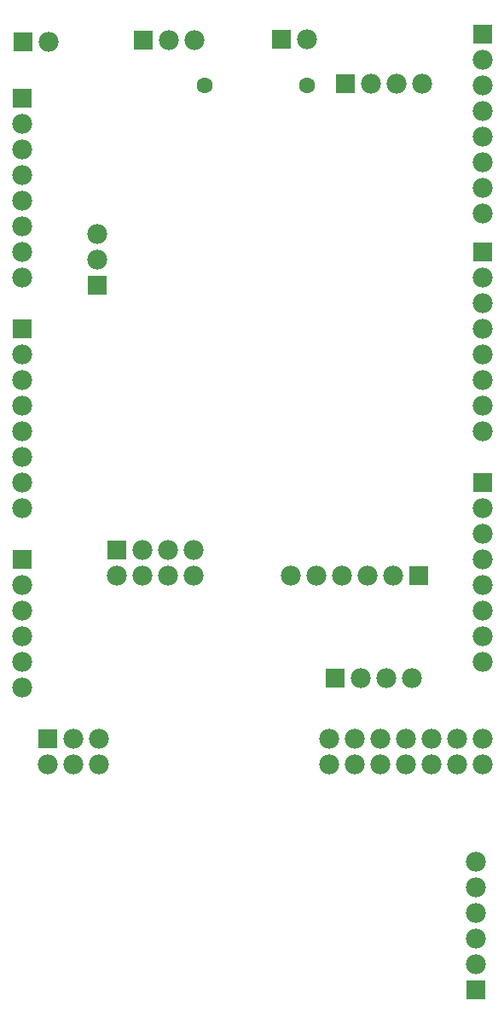
<source format=gbs>
G04 Layer_Color=16711935*
%FSLAX25Y25*%
%MOIN*%
G70*
G01*
G75*
%ADD18C,0.07800*%
%ADD19R,0.07800X0.07800*%
%ADD20R,0.07800X0.07800*%
%ADD21C,0.06312*%
D18*
X480000Y167500D02*
D03*
X470000D02*
D03*
X460000D02*
D03*
X450000D02*
D03*
X440000D02*
D03*
X430000D02*
D03*
X420000D02*
D03*
X480000Y157500D02*
D03*
X470000D02*
D03*
X460000D02*
D03*
X450000D02*
D03*
X440000D02*
D03*
X430000D02*
D03*
X420000D02*
D03*
X320000D02*
D03*
X310000D02*
D03*
X320000Y167500D02*
D03*
X330000D02*
D03*
Y157500D02*
D03*
X477500Y79500D02*
D03*
Y89500D02*
D03*
Y99500D02*
D03*
Y109500D02*
D03*
Y119500D02*
D03*
X445000Y231000D02*
D03*
X435000D02*
D03*
X425000D02*
D03*
X415000D02*
D03*
X405000D02*
D03*
X300000Y347500D02*
D03*
Y357500D02*
D03*
Y367500D02*
D03*
Y377500D02*
D03*
Y387500D02*
D03*
Y397500D02*
D03*
Y407500D02*
D03*
X432500Y191000D02*
D03*
X442500D02*
D03*
X452500D02*
D03*
X480000Y372500D02*
D03*
Y382500D02*
D03*
Y392500D02*
D03*
Y402500D02*
D03*
Y412500D02*
D03*
Y422500D02*
D03*
Y432500D02*
D03*
Y287500D02*
D03*
Y297500D02*
D03*
Y307500D02*
D03*
Y317500D02*
D03*
Y327500D02*
D03*
Y337500D02*
D03*
Y347500D02*
D03*
Y197500D02*
D03*
Y207500D02*
D03*
Y217500D02*
D03*
Y227500D02*
D03*
Y237500D02*
D03*
Y247500D02*
D03*
Y257500D02*
D03*
X300000Y227500D02*
D03*
Y217500D02*
D03*
Y207500D02*
D03*
Y197500D02*
D03*
Y187500D02*
D03*
Y257500D02*
D03*
Y267500D02*
D03*
Y277500D02*
D03*
Y287500D02*
D03*
Y297500D02*
D03*
Y307500D02*
D03*
Y317500D02*
D03*
X347000Y241000D02*
D03*
X357000D02*
D03*
X367000D02*
D03*
X337000Y231000D02*
D03*
X347000D02*
D03*
X357000D02*
D03*
X367000D02*
D03*
X329500Y364500D02*
D03*
Y354500D02*
D03*
X310500Y439500D02*
D03*
X367500Y440000D02*
D03*
X357500D02*
D03*
X411500Y440500D02*
D03*
X436500Y423000D02*
D03*
X446500D02*
D03*
X456500D02*
D03*
D19*
X310000Y167500D02*
D03*
X455000Y231000D02*
D03*
X422500Y191000D02*
D03*
X337000Y241000D02*
D03*
X300500Y439500D02*
D03*
X347500Y440000D02*
D03*
X401500Y440500D02*
D03*
X426500Y423000D02*
D03*
D20*
X477500Y69500D02*
D03*
X300000Y417500D02*
D03*
X480000Y442500D02*
D03*
Y357500D02*
D03*
Y267500D02*
D03*
X300000Y237500D02*
D03*
Y327500D02*
D03*
X329500Y344500D02*
D03*
D21*
X411500Y422500D02*
D03*
X371500D02*
D03*
M02*

</source>
